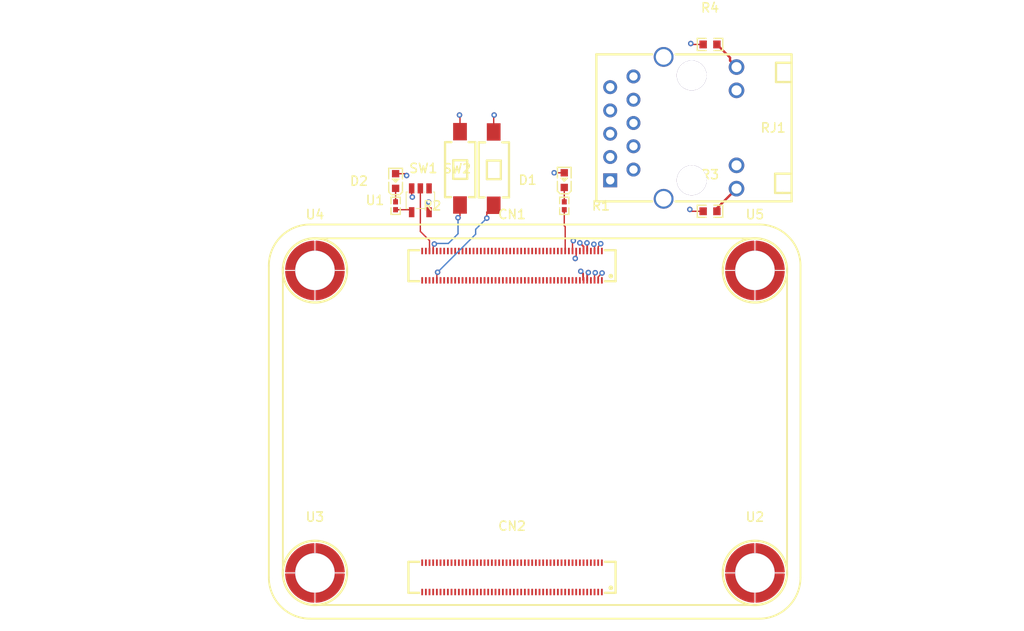
<source format=kicad_pcb>
(kicad_pcb (version 20241229) (generator "pcbnew") (generator_version "9.0")
  (layers (0 "F.Cu" signal) (4 "In1.Cu" signal) (6 "In2.Cu" signal) (2 "B.Cu" signal) (13 "F.Paste" user) (15 "B.Paste" user) (5 "F.SilkS" user "F.Silkscreen") (7 "B.SilkS" user "B.Silkscreen") (1 "F.Mask" user) (3 "B.Mask" user) (25 "Edge.Cuts" user))
  (net 0 "")
  (net 1 "cm5.hdi_b-pins[20]")
  (net 2 "cm5-pins[44]-0")
  (net 3 "-pins[62]")
  (net 4 "cm5.hdi_a-pins[74]")
  (net 5 "pins[43]")
  (net 6 "cm5-pins[47]-0")
  (net 7 "cm5.hdi_b-pins[74]")
  (net 8 "cm5.hdi_a-pins[62]")
  (net 9 "cm5-pins[53]-0")
  (net 10 "pins[18]")
  (net 11 "cm5-pins[46]")
  (net 12 "pins[67]")
  (net 13 "-pins[28]")
  (net 14 "-pins[27]")
  (net 15 "cm5.hdi_b-pins[5]")
  (net 16 "-pins[76]")
  (net 17 "pins[54]")
  (net 18 "pins[55]")
  (net 19 "pins[77]")
  (net 20 "cm5-pins[71]")
  (net 21 "pins[60]")
  (net 22 "cm5.hdi_a-pins[68]")
  (net 23 "cm5.hdi_a-pins[81]")
  (net 24 "cm5.hdi_b-pins[8]")
  (net 25 "pins[1]")
  (net 26 "cm5-pins[53]-1")
  (net 27 "pins[90]")
  (net 28 "pins[82]")
  (net 29 "cm5-pins[29]")
  (net 30 "pins[58]")
  (net 31 "-pins[57]")
  (net 32 "cm5-pins[81]")
  (net 33 "cm5-pins[44]-1")
  (net 34 "cm5.hdi_b-pins[76]")
  (net 35 "cm5.hdi_a-pins[88]")
  (net 36 "cm5-pins[45]")
  (net 37 "-line-1")
  (net 38 "pins[65]")
  (net 39 "pins[79]")
  (net 40 "pins[86]")
  (net 41 "cm5-pins[99]")
  (net 42 "cm5.hdi_a-pins[95]")
  (net 43 "cm5.hdi_a-pins[56]")
  (net 44 "pins[83]")
  (net 45 "-pins[33]")
  (net 46 "pins[66]")
  (net 47 "-pins[50]")
  (net 48 "cm5.hdi_b-pins[88]")
  (net 49 "cm5.hdi_b-pins[92]")
  (net 50 "pins[37]")
  (net 51 "cm5-pins[23]")
  (net 52 "-pins[29]")
  (net 53 "cm5.hdi_b-pins[49]")
  (net 54 "pins[59]")
  (net 55 "-pins[35]-1")
  (net 56 "cm5.hdi_b-pins[17]")
  (net 57 "cm5.hdi_a-pins[99]")
  (net 58 "cm5.hdi_b-pins[10]")
  (net 59 "cm5.hdi_b-pins[15]")
  (net 60 "pins[38]")
  (net 61 "pins[21]")
  (net 62 "-pins[35]-0")
  (net 63 "pins[24]")
  (net 64 "cm5.hdi_a-pins[15]")
  (net 65 "cm5-pins[75]")
  (net 66 "P1")
  (net 67 "Y")
  (net 68 "cm5-cathode-0")
  (net 69 "cm5-cathode-1")
  (net 70 "P10")
  (net 71 "N_C_")
  (net 72 "-pins[45]")
  (net 73 "cm5.hdi_b-pins[3]")
  (net 74 "cm5-pins[87]-1")
  (net 75 "-pins[2]-1")
  (net 76 "-pins[68]")
  (net 77 "cm5.hdi_a-pins[93]")
  (net 78 "cm5.hdi_a-pins[75]")
  (net 79 "pins[41]")
  (net 80 "pins[70]")
  (net 81 "-pins[49]")
  (net 82 "cm5.hdi_a-pins[98]")
  (net 83 "cm5.hdi_b-pins[34]")
  (net 84 "cm5.hdi_b-pins[28]")
  (net 85 "cm5.hdi_b-pins[23]")
  (net 86 "pins[0]")
  (net 87 "cm5-pins[47]-1")
  (net 88 "cm5-pins[50]")
  (net 89 "cm5.hdi_b-pins[40]")
  (net 90 "-pins[39]-0")
  (net 91 "pins[64]")
  (net 92 "cm5.hdi_b-pins[9]")
  (net 93 "cm5.hdi_b-pins[16]")
  (net 94 "cm5-pins[63]")
  (net 95 "cm5-pins[48]-0")
  (net 96 "pins[26]")
  (net 97 "-line-0")
  (net 98 "cm5.hdi_b-pins[11]")
  (net 99 "cm5.hdi_b-pins[27]")
  (net 100 "cm5-pins[87]-0")
  (net 101 "cm5.hdi_a-pins[17]")
  (net 102 "pins[25]")
  (net 103 "cm5.hdi_a-pins[71]")
  (net 104 "cm5.hdi_b-pins[95]")
  (net 105 "pins[19]")
  (net 106 "pins[51]")
  (net 107 "cm5-pins[57]")
  (net 108 "-pins[39]-1")
  (net 109 "cm5-pins[48]-1")
  (net 110 "pins[52]")
  (net 111 "pins[72]")
  (net 112 "pins[89]")
  (net 113 "pins[30]")
  (net 114 "cm5-pins[69]")
  (net 115 "pins[22]")
  (net 116 "cm5-pins[33]")
  (net 117 "pins[80]")
  (net 118 "cm5.hdi_b-pins[94]")
  (net 119 "pins[42]")
  (net 120 "pins[96]")
  (net 121 "cm5.hdi_b-pins[14]")
  (net 122 "-pins[46]")
  (net 123 "-pins[34]")
  (net 124 "cm5-pins[40]")
  (net 125 "pins[61]")
  (net 126 "-pins[56]")
  (net 127 "cm5.hdi_a-pins[69]")
  (net 128 "cm5.hdi_a-pins[63]")
  (net 129 "-pins[4]-1")
  (net 130 "pins[32]")
  (net 131 "cm5.hdi_b-pins[93]")
  (net 132 "-line-2")
  (net 133 "cm5-pins[98]")
  (net 134 "-pins[11]")
  (net 135 "-pins[10]")
  (net 136 "-pins[9]")
  (net 137 "-pins[5]")
  (net 138 "-pins[8]")
  (net 139 "-pins[2]-0")
  (net 140 "-pins[3]")
  (net 141 "-pins[4]-0")
  (net 142 "hv")
  (net 143 "gnd")
  (net 144 "rj45-anode-1")
  (net 145 "-pins[14]")
  (net 146 "rj45-anode-0")
  (net 147 "-pins[16]")
  (net 148 "cm5-pins[20]")
  (net 149 "-pins[92]")
  (net 150 "cm5-pins[94]")
  (net 151 "pins[91]")
  (net 152 "rj45.connector.footprint.pins[0].net-net")
  (net 153 "stud3.footprint.pins[4].net-net")
  (net 154 "stud2.footprint.pins[4].net-net")
  (net 155 "stud4.footprint.pins[4].net-net")
  (net 156 "stud1.footprint.pins[4].net-net")
  (footprint "Sinhoo_SMTSO2515CTJ:SMD_BD5.6-D4.1" (layer "F.Cu") (at 128.4 136.8 0)
    (property "Reference" "U3")
    (property "Value" "")
  )
  (footprint "HANRUN_HR911130A:RJ45-TH_HR911130A" (layer "F.Cu") (at 167.5 88.25 -90)
    (property "Reference" "RJ1")
    (property "Value" "")
  )
  (footprint "Hubei_KENTO_Elec_KT_0603G:LED0603-RD" (layer "F.Cu") (at 137.2 94.05 90)
    (property "Reference" "D2")
    (property "Value" "")
  )
  (footprint "XKB_Connectivity_TS_1101_C_W:SW-SMD_L6.0-W3.3-LS8.0" (layer "F.Cu") (at 147.9 92.695 90)
    (property "Reference" "SW2")
    (property "Value" "")
  )
  (footprint "UNI_ROYAL_0402WGF2001TCE:R0402" (layer "F.Cu") (at 137.2 96.75 -90)
    (property "Reference" "R2")
    (property "Value" "2kΩ ±1% 62.5mW")
  )
  (footprint "Everlight_Elec_19_213_Y2C_CQ2R2L_3T_CY:LED0603-RD-YELLOW" (layer "F.Cu") (at 155.6 93.95 90)
    (property "Reference" "D1")
    (property "Value" "")
  )
  (footprint "Texas_Instruments_SN74LVC1G07DBVR:SOT-23-5_L3.0-W1.7-P0.95-LS2.8-BR" (layer "F.Cu") (at 139.9 96.15 90)
    (property "Reference" "U1")
    (property "Value" "")
  )
  (footprint "UNI_ROYAL_0603WAF4700T5E:R0603" (layer "F.Cu") (at 171.5 79.15 0)
    (property "Reference" "R4")
    (property "Value" "470Ω ±1% 100mW")
  )
  (footprint "HRS_DF40C_100DS_0_4V_51:CONN-SMD_DF40C-100DS-0.4V-51" (layer "F.Cu") (at 149.899989 137.285469 0)
    (property "Reference" "CN2")
    (property "Value" "")
  )
  (footprint "Sinhoo_SMTSO2515CTJ:SMD_BD5.6-D4.1" (layer "F.Cu") (at 176.4 103.8 0)
    (property "Reference" "U5")
    (property "Value" "")
  )
  (footprint "XKB_Connectivity_TS_1101_C_W:SW-SMD_L6.0-W3.3-LS8.0" (layer "F.Cu") (at 144.225 92.665 90)
    (property "Reference" "SW1")
    (property "Value" "")
  )
  (footprint "Sinhoo_SMTSO2515CTJ:SMD_BD5.6-D4.1" (layer "F.Cu") (at 176.4 136.8 0)
    (property "Reference" "U2")
    (property "Value" "")
  )
  (footprint "UNI_ROYAL_0603WAF4700T5E:R0603" (layer "F.Cu") (at 171.5 97.35 0)
    (property "Reference" "R3")
    (property "Value" "470Ω ±1% 100mW")
  )
  (footprint "UNI_ROYAL_0402WGF2001TCE:R0402" (layer "F.Cu") (at 155.6 96.75 -90)
    (property "Reference" "R1")
    (property "Value" "2kΩ ±1% 62.5mW")
  )
  (footprint "Sinhoo_SMTSO2515CTJ:SMD_BD5.6-D4.1" (layer "F.Cu") (at 128.4 103.8 0)
    (property "Reference" "U4")
    (property "Value" "")
  )
  (footprint "HRS_DF40C_100DS_0_4V_51:CONN-SMD_DF40C-100DS-0.4V-51" (layer "F.Cu") (at 149.899989 103.285469 0)
    (property "Reference" "CN1")
    (property "Value" "")
  )
  (via (at 157.4 103.9) (size 0.6) (drill 0.3) (layers "F.Cu" "B.Cu") (net 134))
  (via (at 157.3 100.8) (size 0.6) (drill 0.3) (layers "F.Cu" "B.Cu") (net 135))
  (via (at 158.225473 104.034146) (size 0.6) (drill 0.3) (layers "F.Cu" "B.Cu") (net 136))
  (via (at 158.97529 104.050843) (size 0.6) (drill 0.3) (layers "F.Cu" "B.Cu") (net 137))
  (via (at 158.077818 100.8) (size 0.6) (drill 0.3) (layers "F.Cu" "B.Cu") (net 138))
  (via (at 159.577832 100.886013) (size 0.6) (drill 0.3) (layers "F.Cu" "B.Cu") (net 139))
  (via (at 159.724493 104.085467) (size 0.6) (drill 0.3) (layers "F.Cu" "B.Cu") (net 140))
  (via (at 158.830436 100.948952) (size 0.6) (drill 0.3) (layers "F.Cu" "B.Cu") (net 141))
  (via (at 140.8 96.35) (size 0.6) (drill 0.3) (layers "F.Cu" "B.Cu") (net 142))
  (via (at 169.3 97.15) (size 0.6) (drill 0.3) (layers "F.Cu" "B.Cu") (net 142))
  (via (at 154.5 93.15) (size 0.6) (drill 0.3) (layers "F.Cu" "B.Cu") (net 142))
  (via (at 169.4 79.05) (size 0.6) (drill 0.3) (layers "F.Cu" "B.Cu") (net 142))
  (via (at 138.4 93.45) (size 0.6) (drill 0.3) (layers "F.Cu" "B.Cu") (net 142))
  (via (at 139.025 95.8) (size 0.6) (drill 0.3) (layers "F.Cu" "B.Cu") (net 143))
  (via (at 144.17 86.85) (size 0.6) (drill 0.3) (layers "F.Cu" "B.Cu") (net 143))
  (via (at 147.95 86.85) (size 0.6) (drill 0.3) (layers "F.Cu" "B.Cu") (net 143))
  (via (at 156.8 102.5) (size 0.6) (drill 0.3) (layers "F.Cu" "B.Cu") (net 145))
  (via (at 156.588485 100.562829) (size 0.6) (drill 0.3) (layers "F.Cu" "B.Cu") (net 147))
  (via (at 141.424988 100.92089) (size 0.6) (drill 0.3) (layers "F.Cu" "B.Cu") (net 149))
  (via (at 144.01 98.05) (size 0.6) (drill 0.3) (layers "F.Cu" "B.Cu") (net 149))
  (via (at 141.78 104) (size 0.6) (drill 0.3) (layers "F.Cu" "B.Cu") (net 151))
  (via (at 147.15 98.1) (size 0.6) (drill 0.3) (layers "F.Cu" "B.Cu") (net 151))
  (segment (start 137.2 97.18) (end 138.68 97.18) (width 0.15) (net 67) (layer "F.Cu"))
  (segment (start 138.68 97.18) (end 138.95 97.45) (width 0.15) (net 67) (layer "F.Cu"))
  (segment (start 155.6 94.75) (end 155.6 96.32) (width 0.15) (net 68) (layer "F.Cu"))
  (segment (start 137.2 94.85) (end 137.2 96.32) (width 0.15) (net 69) (layer "F.Cu"))
  (segment (start 156.1 104.885458) (end 156.099989 104.885469) (width 0.15) (net 105) (layer "F.Cu"))
  (segment (start 157.649988 104.149988) (end 157.649988 104.835468) (width 0.2) (net 134) (layer "F.Cu"))
  (segment (start 157.4 103.9) (end 157.649988 104.149988) (width 0.2) (net 134) (layer "F.Cu"))
  (segment (start 157.649988 104.835468) (end 157.699989 104.885469) (width 0.2) (net 134) (layer "F.Cu"))
  (segment (start 157.699989 101.199989) (end 157.699989 101.685469) (width 0.2) (net 135) (layer "F.Cu"))
  (segment (start 157.3 100.8) (end 157.699989 101.199989) (width 0.2) (net 135) (layer "F.Cu"))
  (segment (start 158.099989 104.15963) (end 158.099989 104.885469) (width 0.2) (net 136) (layer "F.Cu"))
  (segment (start 158.225473 104.034146) (end 158.099989 104.15963) (width 0.2) (net 136) (layer "F.Cu"))
  (segment (start 158.899989 104.126144) (end 158.97529 104.050843) (width 0.15) (net 137) (layer "F.Cu"))
  (segment (start 158.899989 104.885469) (end 158.899989 104.126144) (width 0.15) (net 137) (layer "F.Cu"))
  (segment (start 158.099989 100.822171) (end 158.099989 101.685469) (width 0.2) (net 138) (layer "F.Cu"))
  (segment (start 158.077818 100.8) (end 158.099989 100.822171) (width 0.2) (net 138) (layer "F.Cu"))
  (segment (start 159.299989 101.685469) (end 159.298692 101.684172) (width 0.15) (net 139) (layer "F.Cu"))
  (segment (start 159.298692 101.684172) (end 159.298692 101.223159) (width 0.15) (net 139) (layer "F.Cu"))
  (segment (start 159.577832 100.944019) (end 159.577832 100.886013) (width 0.15) (net 139) (layer "F.Cu"))
  (segment (start 159.298692 101.223159) (end 159.577832 100.944019) (width 0.15) (net 139) (layer "F.Cu"))
  (segment (start 159.299989 104.509971) (end 159.724493 104.085467) (width 0.15) (net 140) (layer "F.Cu"))
  (segment (start 159.299989 104.885469) (end 159.299989 104.509971) (width 0.15) (net 140) (layer "F.Cu"))
  (segment (start 158.899989 101.685469) (end 158.899989 101.018505) (width 0.15) (net 141) (layer "F.Cu"))
  (segment (start 158.899989 101.018505) (end 158.830436 100.948952) (width 0.15) (net 141) (layer "F.Cu"))
  (segment (start 169.5 97.35) (end 169.3 97.15) (width 0.15) (net 142) (layer "F.Cu"))
  (segment (start 140.85 97.45) (end 140.85 96.4) (width 0.15) (net 142) (layer "F.Cu"))
  (segment (start 137.2 93.25) (end 138.2 93.25) (width 0.15) (net 142) (layer "F.Cu"))
  (segment (start 170.75 79.15) (end 169.5 79.15) (width 0.15) (net 142) (layer "F.Cu"))
  (segment (start 169.5 79.15) (end 169.4 79.05) (width 0.15) (net 142) (layer "F.Cu"))
  (segment (start 155.6 93.15) (end 154.5 93.15) (width 0.15) (net 142) (layer "F.Cu"))
  (segment (start 140.85 96.4) (end 140.8 96.35) (width 0.15) (net 142) (layer "F.Cu"))
  (segment (start 170.75 97.35) (end 169.5 97.35) (width 0.15) (net 142) (layer "F.Cu"))
  (segment (start 138.2 93.25) (end 138.4 93.45) (width 0.15) (net 142) (layer "F.Cu"))
  (segment (start 144.225 86.905) (end 144.17 86.85) (width 0.15) (net 143) (layer "F.Cu"))
  (segment (start 147.9 88.695) (end 147.9 86.9) (width 0.15) (net 143) (layer "F.Cu"))
  (segment (start 147.9 86.9) (end 147.95 86.85) (width 0.15) (net 143) (layer "F.Cu"))
  (segment (start 138.95 94.85) (end 138.95 95.725) (width 0.15) (net 143) (layer "F.Cu"))
  (segment (start 144.225 88.665) (end 144.225 86.905) (width 0.15) (net 143) (layer "F.Cu"))
  (segment (start 138.95 95.725) (end 139.025 95.8) (width 0.15) (net 143) (layer "F.Cu"))
  (segment (start 173.685 80.915) (end 174.39 81.62) (width 0.25) (net 144) (layer "F.Cu"))
  (segment (start 173.685 80.585) (end 173.685 80.915) (width 0.25) (net 144) (layer "F.Cu"))
  (segment (start 172.25 79.15) (end 173.685 80.585) (width 0.25) (net 144) (layer "F.Cu"))
  (segment (start 156.8 102.5) (end 156.899989 102.400011) (width 0.15) (net 145) (layer "F.Cu"))
  (segment (start 156.899989 102.400011) (end 156.899989 101.685469) (width 0.15) (net 145) (layer "F.Cu"))
  (segment (start 172.25 97.02) (end 174.39 94.88) (width 0.25) (net 146) (layer "F.Cu"))
  (segment (start 172.25 97.35) (end 172.25 97.02) (width 0.25) (net 146) (layer "F.Cu"))
  (segment (start 156.499989 100.651325) (end 156.588485 100.562829) (width 0.15) (net 147) (layer "F.Cu"))
  (segment (start 156.499989 101.685469) (end 156.499989 100.651325) (width 0.15) (net 147) (layer "F.Cu"))
  (segment (start 155.6 97.18) (end 155.699989 97.279989) (width 0.15) (net 148) (layer "F.Cu"))
  (segment (start 155.6 97.18) (end 155.6 98.93) (width 0.15) (net 148) (layer "F.Cu"))
  (segment (start 155.6 98.93) (end 155.699989 99.029989) (width 0.15) (net 148) (layer "F.Cu"))
  (segment (start 155.699989 99.029989) (end 155.699989 101.685469) (width 0.15) (net 148) (layer "F.Cu"))
  (segment (start 144.225 96.665) (end 144.225 97.835) (width 0.15) (net 149) (layer "F.Cu"))
  (segment (start 141.424988 100.92089) (end 141.299989 101.045889) (width 0.15) (net 149) (layer "F.Cu"))
  (segment (start 144.225 97.835) (end 144.01 98.05) (width 0.15) (net 149) (layer "F.Cu"))
  (segment (start 141.299989 101.045889) (end 141.299989 101.685469) (width 0.15) (net 149) (layer "F.Cu"))
  (segment (start 141.424988 100.92089) (end 141.424988 100.895012) (width 0.15) (net 149) (layer "B.Cu"))
  (segment (start 141.46 100.86) (end 142.95 100.86) (width 0.15) (net 149) (layer "B.Cu"))
  (segment (start 144.01 99.8) (end 144.01 98.05) (width 0.15) (net 149) (layer "B.Cu"))
  (segment (start 142.95 100.86) (end 144.01 99.8) (width 0.15) (net 149) (layer "B.Cu"))
  (segment (start 141.424988 100.895012) (end 141.46 100.86) (width 0.15) (net 149) (layer "B.Cu"))
  (segment (start 139.9 99.55) (end 140.899989 100.549989) (width 0.15) (net 150) (layer "F.Cu"))
  (segment (start 139.9 94.85) (end 139.9 99.55) (width 0.15) (net 150) (layer "F.Cu"))
  (segment (start 140.899989 100.549989) (end 140.899989 101.685469) (width 0.15) (net 150) (layer "F.Cu"))
  (segment (start 147.15 97.445) (end 147.15 98.1) (width 0.15) (net 151) (layer "F.Cu"))
  (segment (start 147.9 96.695) (end 147.15 97.445) (width 0.15) (net 151) (layer "F.Cu"))
  (segment (start 141.78 104) (end 141.699989 104.080011) (width 0.15) (net 151) (layer "F.Cu"))
  (segment (start 141.699989 104.080011) (end 141.699989 104.896) (width 0.15) (net 151) (layer "F.Cu"))
  (segment (start 145.93 99.32) (end 147.15 98.1) (width 0.15) (net 151) (layer "B.Cu"))
  (segment (start 145.93 99.85) (end 145.93 99.32) (width 0.15) (net 151) (layer "B.Cu"))
  (segment (start 145.93 99.85) (end 141.78 104) (width 0.15) (net 151) (layer "B.Cu"))
  (gr_line (start 128.4 140.3) (end 176.4 140.3) (stroke (width 0.2)) (layer "F.SilkS"))
  (gr_line (start 181.371066 137.292998) (end 181.371066 103.292998) (stroke (width 0.2)) (layer "F.SilkS"))
  (gr_line (start 176.871066 98.792998) (end 127.871064 98.792998) (stroke (width 0.2)) (layer "F.SilkS"))
  (gr_line (start 127.871066 141.792998) (end 176.871066 141.792998) (stroke (width 0.2)) (layer "F.SilkS"))
  (gr_line (start 124.9 103.8) (end 124.9 136.8) (stroke (width 0.2)) (layer "F.SilkS"))
  (gr_line (start 179.9 136.800001) (end 179.9 103.799999) (stroke (width 0.2)) (layer "F.SilkS"))
  (gr_line (start 123.371066 103.292996) (end 123.371066 137.292998) (stroke (width 0.2)) (layer "F.SilkS"))
  (gr_line (start 176.400001 100.3) (end 128.4 100.3) (stroke (width 0.2)) (layer "F.SilkS"))
  (gr_arc (start 176.871066 98.792998) (mid 180.053047 100.111017) (end 181.371066 103.292998) (stroke (width 0.2)) (layer "F.SilkS"))
  (gr_arc (start 179.9 136.800001) (mid 178.874873 139.274874) (end 176.4 140.3) (stroke (width 0.2)) (layer "F.SilkS"))
  (gr_arc (start 181.371066 137.292998) (mid 180.053047 140.474979) (end 176.871066 141.792998) (stroke (width 0.2)) (layer "F.SilkS"))
  (gr_arc (start 176.400001 100.3) (mid 178.874874 101.325126) (end 179.9 103.799999) (stroke (width 0.2)) (layer "F.SilkS"))
  (gr_arc (start 124.9 103.8) (mid 125.925126 101.325126) (end 128.4 100.3) (stroke (width 0.2)) (layer "F.SilkS"))
  (gr_arc (start 127.871066 141.792998) (mid 124.689085 140.474979) (end 123.371066 137.292998) (stroke (width 0.2)) (layer "F.SilkS"))
  (gr_arc (start 128.4 140.3) (mid 125.925126 139.274874) (end 124.9 136.8) (stroke (width 0.2)) (layer "F.SilkS"))
  (gr_arc (start 123.371066 103.292996) (mid 124.689085 100.111017) (end 127.871064 98.792998) (stroke (width 0.2)) (layer "F.SilkS"))
  (gr_circle (center 128.371066 136.792998) (end 129.721066 136.792998) (stroke (width 0.2)) (fill no) (layer "F.SilkS"))
  (gr_circle (center 128.371066 103.792998) (end 129.721066 103.792998) (stroke (width 0.2)) (fill no) (layer "F.SilkS"))
  (gr_circle (center 176.371066 103.792998) (end 177.721066 103.792998) (stroke (width 0.2)) (fill no) (layer "F.SilkS"))
  (gr_circle (center 128.4 136.8) (end 126.9 136.8) (stroke (width 0.2)) (fill no) (layer "F.SilkS"))
  (gr_circle (center 176.4 136.8) (end 177.9 136.8) (stroke (width 0.2)) (fill no) (layer "F.SilkS"))
  (gr_circle (center 176.4 103.8) (end 174.9 103.8) (stroke (width 0.2)) (fill no) (layer "F.SilkS"))
  (gr_circle (center 176.371066 136.792998) (end 177.721066 136.792998) (stroke (width 0.2)) (fill no) (layer "F.SilkS"))
  (gr_circle (center 128.4 103.8) (end 129.9 103.8) (stroke (width 0.2)) (fill no) (layer "F.SilkS"))
)
</source>
